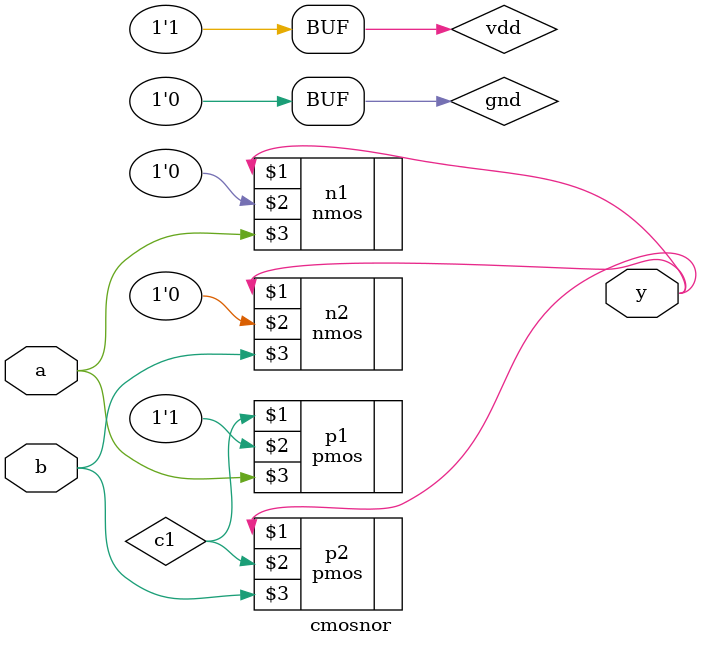
<source format=v>
module cmosnor(y,a,b);
    input a;
    input b;
    output y;
    supply1 vdd;
    supply0 gnd;
    wire c1;

    pmos p1(c1,vdd,a);
    pmos p2(y,c1,b);

    nmos n1(y,gnd,a);
    nmos n2(y,gnd,b);
endmodule

</source>
